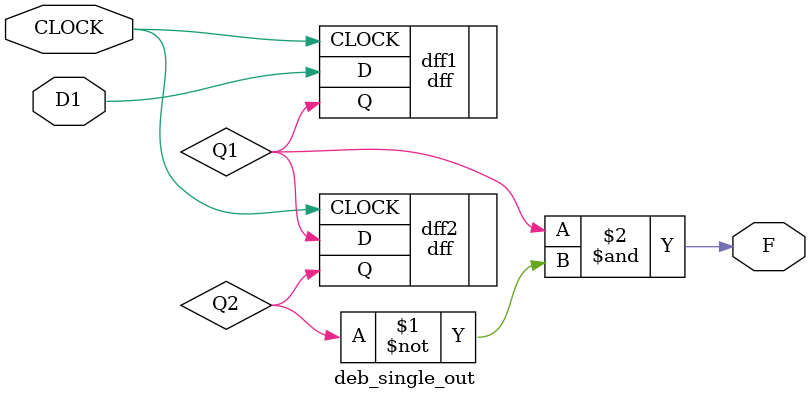
<source format=v>
`timescale 1ns / 1ps


module deb_single_out(
    input CLOCK, D1,
    output F
    );
    
    wire Q2;
    wire Q1;
//    wire freq3_0;
    
//    reg [24:0] SET_COUNT1  = 16666667;
    
//    modular_clock three_hz(.CLOCK(CLOCK), .SET_COUNT(SET_COUNT1), .set_freq(freq3_0));
    
    dff dff1(.CLOCK(CLOCK), .D(D1), .Q(Q1));
    dff dff2(.CLOCK(CLOCK), .D(Q1), .Q(Q2));
    
    assign F = Q1 & ~Q2;

endmodule

</source>
